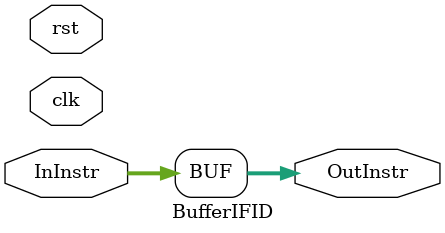
<source format=v>
module BufferIFID#(parameter S=15)
(
	output reg[S:0] OutInstr,
	input [S:0] InInstr,
	//flush/hazard
	input clk,
	input rst
);
integer b;

always@(*)
begin
	OutInstr = InInstr;
end

/*Sequential WRITE
always@(posedge clk, negedge rst)
begin
	if(!rst)
	begin	
		OutInstr <= 16'h0000;
	end	
	//if(flush)
	else
	begin
		b <= InInstr;
	end
end
*/
endmodule

</source>
